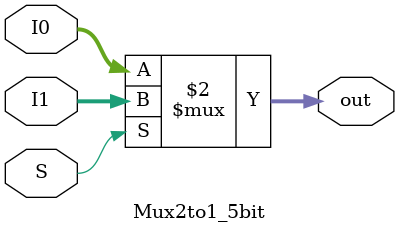
<source format=v>

module Mux2to1_5bit ( I0,
				      I1,
				      S,
				      out);

	parameter bit_size = 5;

	input [bit_size-1:0] I0;
	input [bit_size-1:0] I1;
	input S;

	output [bit_size-1:0] out;

	assign out = (S == 1)? I1: I0;

endmodule

</source>
